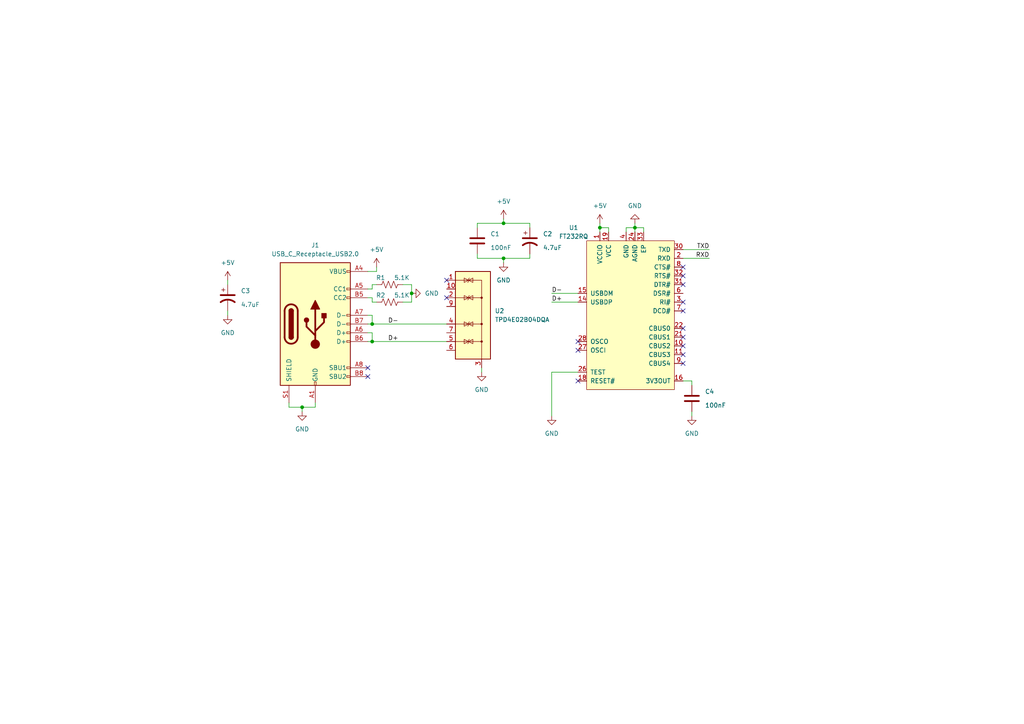
<source format=kicad_sch>
(kicad_sch (version 20231120) (generator "eeschema") (generator_version "8.0")
  (paper "A4")
  (lib_symbols
    (symbol "Connector:USB_C_Receptacle_USB2.0" (pin_names (offset 1.016))
      (property "Reference" "J" (at -10.16 19.05 0))
      (property "Value" "USB_C_Receptacle_USB2.0" (at 19.05 19.05 0))
      (symbol "USB_C_Receptacle_USB2.0_0_0"
        (rectangle (start -0.254 -17.78) (end 0.254 -16.764))
        (rectangle (start 10.16 -14.986) (end 9.144 -15.494))
        (rectangle (start 10.16 -12.446) (end 9.144 -12.954))
        (rectangle (start 10.16 -4.826) (end 9.144 -5.334))
        (rectangle (start 10.16 -2.286) (end 9.144 -2.794))
        (rectangle (start 10.16 0.254) (end 9.144 -0.254))
        (rectangle (start 10.16 2.794) (end 9.144 2.286))
        (rectangle (start 10.16 7.874) (end 9.144 7.366))
        (rectangle (start 10.16 10.414) (end 9.144 9.906))
        (rectangle (start 10.16 15.494) (end 9.144 14.986))
      )
      (symbol "USB_C_Receptacle_USB2.0_0_1"
        (rectangle (start -10.16 17.78) (end 10.16 -17.78) (stroke (width 0.254)) (fill (type background)))
        (arc (start -8.89 -3.81) (mid -6.985 -5.7067) (end -5.08 -3.81) (stroke (width 0.508)))
        (arc (start -7.62 -3.81) (mid -6.985 -4.4423) (end -6.35 -3.81) (stroke (width 0.254)))
        (arc (start -7.62 -3.81) (mid -6.985 -4.4423) (end -6.35 -3.81) (stroke (width 0.254)) (fill (type outline)))
        (rectangle (start -7.62 -3.81) (end -6.35 3.81) (stroke (width 0.254)) (fill (type outline)))
        (arc (start -6.35 3.81) (mid -6.985 4.4423) (end -7.62 3.81) (stroke (width 0.254)))
        (arc (start -6.35 3.81) (mid -6.985 4.4423) (end -7.62 3.81) (stroke (width 0.254)) (fill (type outline)))
        (arc (start -5.08 3.81) (mid -6.985 5.7067) (end -8.89 3.81) (stroke (width 0.508)))
        (circle (center -2.54 1.143) (radius 0.635) (stroke (width 0.254)) (fill (type outline)))
        (circle (center 0 -5.842) (radius 1.27) (fill (type outline)))
        (polyline (pts (xy -8.89 -3.81) (xy -8.89 3.81)) (stroke (width 0.508)))
        (polyline (pts (xy -5.08 3.81) (xy -5.08 -3.81)) (stroke (width 0.508)))
        (polyline (pts (xy 0 -5.842) (xy 0 4.318)) (stroke (width 0.508)))
        (polyline (pts (xy 0 -3.302) (xy -2.54 -0.762) (xy -2.54 0.508)) (stroke (width 0.508)))
        (polyline (pts (xy 0 -2.032) (xy 2.54 0.508) (xy 2.54 1.778)) (stroke (width 0.508)))
        (polyline (pts (xy -1.27 4.318) (xy 0 6.858) (xy 1.27 4.318) (xy -1.27 4.318)) (stroke (width 0.254)) (fill (type outline)))
        (rectangle (start 1.905 1.778) (end 3.175 3.048) (stroke (width 0.254)) (fill (type outline)))
      )
      (symbol "USB_C_Receptacle_USB2.0_1_1"
        (pin passive line (at 0 -22.86 90) (length 5.08) (name "GND") (number "A1"))
        (pin passive line (at 0 -22.86 90) (length 5.08) hide (name "GND") (number "A12"))
        (pin passive line (at 15.24 15.24 180) (length 5.08) (name "VBUS") (number "A4"))
        (pin bidirectional line (at 15.24 10.16 180) (length 5.08) (name "CC1") (number "A5"))
        (pin bidirectional line (at 15.24 -2.54 180) (length 5.08) (name "D+") (number "A6"))
        (pin bidirectional line (at 15.24 2.54 180) (length 5.08) (name "D-") (number "A7"))
        (pin bidirectional line (at 15.24 -12.7 180) (length 5.08) (name "SBU1") (number "A8"))
        (pin passive line (at 15.24 15.24 180) (length 5.08) hide (name "VBUS") (number "A9"))
        (pin passive line (at 0 -22.86 90) (length 5.08) hide (name "GND") (number "B1"))
        (pin passive line (at 0 -22.86 90) (length 5.08) hide (name "GND") (number "B12"))
        (pin passive line (at 15.24 15.24 180) (length 5.08) hide (name "VBUS") (number "B4"))
        (pin bidirectional line (at 15.24 7.62 180) (length 5.08) (name "CC2") (number "B5"))
        (pin bidirectional line (at 15.24 -5.08 180) (length 5.08) (name "D+") (number "B6"))
        (pin bidirectional line (at 15.24 0 180) (length 5.08) (name "D-") (number "B7"))
        (pin bidirectional line (at 15.24 -15.24 180) (length 5.08) (name "SBU2") (number "B8"))
        (pin passive line (at 15.24 15.24 180) (length 5.08) hide (name "VBUS") (number "B9"))
        (pin passive line (at -7.62 -22.86 90) (length 5.08) (name "SHIELD") (number "S1"))
      )
    )
    (symbol "Device:C" (pin_numbers hide) (pin_names (offset 0.254))
      (property "Reference" "C" (at 0.635 2.54 0))
      (property "Value" "C" (at 0.635 -2.54 0))
      (symbol "C_0_1"
        (polyline (pts (xy -2.032 -0.762) (xy 2.032 -0.762)) (stroke (width 0.508)))
        (polyline (pts (xy -2.032 0.762) (xy 2.032 0.762)) (stroke (width 0.508)))
      )
      (symbol "C_1_1"
        (pin passive line (at 0 3.81 270) (length 2.794) (name "~") (number "1"))
        (pin passive line (at 0 -3.81 90) (length 2.794) (name "~") (number "2"))
      )
    )
    (symbol "Device:C_Polarized_US" (pin_numbers hide) (pin_names (offset 0.254) hide)
      (property "Reference" "C" (at 0.635 2.54 0))
      (property "Value" "C_Polarized_US" (at 0.635 -2.54 0))
      (symbol "C_Polarized_US_0_1"
        (polyline (pts (xy -2.032 0.762) (xy 2.032 0.762)) (stroke (width 0.508)))
        (polyline (pts (xy -1.778 2.286) (xy -0.762 2.286)))
        (polyline (pts (xy -1.27 1.778) (xy -1.27 2.794)))
        (arc (start 2.032 -1.27) (mid 0 -0.5572) (end -2.032 -1.27) (stroke (width 0.508)))
      )
      (symbol "C_Polarized_US_1_1"
        (pin passive line (at 0 3.81 270) (length 2.794) (name "~") (number "1"))
        (pin passive line (at 0 -3.81 90) (length 3.302) (name "~") (number "2"))
      )
    )
    (symbol "Device:R_US" (pin_numbers hide) (pin_names (offset 0))
      (property "Reference" "R" (at 2.54 0 90))
      (property "Value" "R_US" (at -2.54 0 90))
      (symbol "R_US_0_1"
        (polyline (pts (xy 0 -2.286) (xy 0 -2.54)))
        (polyline (pts (xy 0 2.286) (xy 0 2.54)))
        (polyline (pts (xy 0 -0.762) (xy 1.016 -1.143) (xy 0 -1.524) (xy -1.016 -1.905) (xy 0 -2.286)))
        (polyline (pts (xy 0 0.762) (xy 1.016 0.381) (xy 0 0) (xy -1.016 -0.381) (xy 0 -0.762)))
        (polyline (pts (xy 0 2.286) (xy 1.016 1.905) (xy 0 1.524) (xy -1.016 1.143) (xy 0 0.762)))
      )
      (symbol "R_US_1_1"
        (pin passive line (at 0 3.81 270) (length 1.27) (name "~") (number "1"))
        (pin passive line (at 0 -3.81 90) (length 1.27) (name "~") (number "2"))
      )
    )
    (symbol "Library:FT232RQ" (pin_names (offset 1.016))
      (property "Reference" "U" (at 0 38.1 0))
      (property "Value" "FT232RQ" (at 0 35.56 0))
      (symbol "FT232RQ_1_1"
        (rectangle (start -12.7 21.59) (end 12.7 -21.59) (stroke (width 0.1524)) (fill (type background)))
        (pin power_in line (at -8.89 24.13 270) (length 2.54) (name "VCCIO") (number "1"))
        (pin bidirectional line (at 15.24 -8.89 180) (length 2.54) (name "CBUS2") (number "10"))
        (pin bidirectional line (at 15.24 -11.43 180) (length 2.54) (name "CBUS3") (number "11"))
        (pin no_connect line (at -15.24 19.05 0) (length 2.54) hide (name "NC") (number "12"))
        (pin no_connect line (at -15.24 19.05 0) (length 2.54) hide (name "NC") (number "13"))
        (pin bidirectional line (at -15.24 3.81 0) (length 2.54) (name "USBDP") (number "14"))
        (pin bidirectional line (at -15.24 6.35 0) (length 2.54) (name "USBDM") (number "15"))
        (pin power_out line (at 15.24 -19.05 180) (length 2.54) (name "3V3OUT") (number "16"))
        (pin power_in line (at -1.27 24.13 270) (length 2.54) hide (name "GND") (number "17"))
        (pin input line (at -15.24 -19.05 0) (length 2.54) (name "RESET#") (number "18"))
        (pin power_in line (at -6.35 24.13 270) (length 2.54) (name "VCC") (number "19"))
        (pin input line (at 15.24 16.51 180) (length 2.54) (name "RXD") (number "2"))
        (pin power_in line (at -1.27 24.13 270) (length 2.54) hide (name "GND") (number "20"))
        (pin bidirectional line (at 15.24 -6.35 180) (length 2.54) (name "CBUS1") (number "21"))
        (pin bidirectional line (at 15.24 -3.81 180) (length 2.54) (name "CBUS0") (number "22"))
        (pin no_connect line (at -15.24 19.05 0) (length 2.54) hide (name "NC") (number "23"))
        (pin power_in line (at 1.27 24.13 270) (length 2.54) (name "AGND") (number "24"))
        (pin no_connect line (at -15.24 19.05 0) (length 2.54) hide (name "NC") (number "25"))
        (pin input line (at -15.24 -16.51 0) (length 2.54) (name "TEST") (number "26"))
        (pin input line (at -15.24 -10.16 0) (length 2.54) (name "OSCI") (number "27"))
        (pin output line (at -15.24 -7.62 0) (length 2.54) (name "OSCO") (number "28"))
        (pin no_connect line (at -15.24 19.05 0) (length 2.54) hide (name "NC") (number "29"))
        (pin input line (at 15.24 3.81 180) (length 2.54) (name "RI#") (number "3"))
        (pin output line (at 15.24 19.05 180) (length 2.54) (name "TXD") (number "30"))
        (pin output line (at 15.24 8.89 180) (length 2.54) (name "DTR#") (number "31"))
        (pin output line (at 15.24 11.43 180) (length 2.54) (name "RTS#") (number "32"))
        (pin free line (at 3.81 24.13 270) (length 2.54) (name "EP") (number "33"))
        (pin power_in line (at -1.27 24.13 270) (length 2.54) (name "GND") (number "4"))
        (pin no_connect line (at -15.24 19.05 0) (length 2.54) hide (name "NC") (number "5"))
        (pin input line (at 15.24 6.35 180) (length 2.54) (name "DSR#") (number "6"))
        (pin input line (at 15.24 1.27 180) (length 2.54) (name "DCD#") (number "7"))
        (pin input line (at 15.24 13.97 180) (length 2.54) (name "CTS#") (number "8"))
        (pin bidirectional line (at 15.24 -13.97 180) (length 2.54) (name "CBUS4") (number "9"))
      )
    )
    (symbol "Power_Protection:TPD4E02B04DQA" (pin_names hide)
      (property "Reference" "U" (at 2.54 -11.43 0))
      (property "Value" "TPD4E02B04DQA" (at 7.62 1.905 0))
      (symbol "TPD4E02B04DQA_0_0"
        (pin passive line (at 2.54 -15.24 90) (length 2.54) (name "G") (number "3"))
      )
      (symbol "TPD4E02B04DQA_0_1"
        (rectangle (start -5.08 12.7) (end 5.08 -12.7) (stroke (width 0.254)) (fill (type background)))
        (polyline (pts (xy -5.08 -7.62) (xy 2.54 -7.62)))
        (polyline (pts (xy -5.08 -2.54) (xy 2.54 -2.54)))
        (polyline (pts (xy -5.08 5.08) (xy 2.54 5.08)))
        (polyline (pts (xy -5.08 10.16) (xy 2.54 10.16)))
        (polyline (pts (xy 2.54 10.16) (xy 2.54 -12.7)) (stroke (width 0.1524)))
        (polyline (pts (xy -1.27 -7.62) (xy 0 -8.255) (xy 0 -6.985) (xy -1.27 -7.62)))
        (polyline (pts (xy -1.27 -2.54) (xy 0 -3.175) (xy 0 -1.905) (xy -1.27 -2.54)))
        (polyline (pts (xy -1.27 5.08) (xy 0 4.445) (xy 0 5.715) (xy -1.27 5.08)))
        (polyline (pts (xy -1.27 10.16) (xy 0 9.525) (xy 0 10.795) (xy -1.27 10.16)))
        (circle (center 2.54 -7.62) (radius 0.254) (fill (type outline)))
        (circle (center 2.54 -2.54) (radius 0.254) (fill (type outline)))
        (circle (center 2.54 5.08) (radius 0.254) (fill (type outline)))
      )
      (symbol "TPD4E02B04DQA_1_1"
        (polyline (pts (xy -1.524 -8.255) (xy -1.27 -8.001) (xy -1.27 -7.239) (xy -1.016 -6.985)))
        (polyline (pts (xy -1.524 -3.175) (xy -1.27 -2.921) (xy -1.27 -2.159) (xy -1.016 -1.905)))
        (polyline (pts (xy -1.524 4.445) (xy -1.27 4.699) (xy -1.27 5.461) (xy -1.016 5.715)))
        (polyline (pts (xy -1.524 9.525) (xy -1.27 9.779) (xy -1.27 10.541) (xy -1.016 10.795)))
        (polyline (pts (xy -1.27 -7.62) (xy -2.54 -8.255) (xy -2.54 -6.985) (xy -1.27 -7.62)))
        (polyline (pts (xy -1.27 -2.54) (xy -2.54 -3.175) (xy -2.54 -1.905) (xy -1.27 -2.54)))
        (polyline (pts (xy -1.27 5.08) (xy -2.54 4.445) (xy -2.54 5.715) (xy -1.27 5.08)))
        (polyline (pts (xy -1.27 10.16) (xy -2.54 9.525) (xy -2.54 10.795) (xy -1.27 10.16)))
        (pin passive line (at -7.62 10.16 0) (length 2.54) (name "IO1") (number "1"))
        (pin free line (at -7.62 7.62 0) (length 2.54) (name "NC") (number "10"))
        (pin passive line (at -7.62 5.08 0) (length 2.54) (name "IO2") (number "2"))
        (pin passive line (at -7.62 -2.54 0) (length 2.54) (name "IO3") (number "4"))
        (pin passive line (at -7.62 -7.62 0) (length 2.54) (name "IO4") (number "5"))
        (pin free line (at -7.62 -10.16 0) (length 2.54) (name "NC") (number "6"))
        (pin free line (at -7.62 -5.08 0) (length 2.54) (name "NC") (number "7"))
        (pin passive line (at 2.54 -15.24 90) (length 2.54) hide (name "G") (number "8"))
        (pin free line (at -7.62 2.54 0) (length 2.54) (name "NC") (number "9"))
      )
    )
    (symbol "power:+5V" (power) (pin_names (offset 0))
      (property "Value" "+5V" (at 0 3.556 0))
      (symbol "+5V_0_1"
        (polyline (pts (xy -0.762 1.27) (xy 0 2.54)))
        (polyline (pts (xy 0 0) (xy 0 2.54)))
        (polyline (pts (xy 0 2.54) (xy 0.762 1.27)))
      )
      (symbol "+5V_1_1"
        (pin power_in line (at 0 0 90) (length 0) hide (name "+5V") (number "1"))
      )
    )
    (symbol "power:GND" (power) (pin_names (offset 0))
      (property "Value" "GND" (at 0 -3.81 0))
      (symbol "GND_0_1"
        (polyline (pts (xy 0 0) (xy 0 -1.27) (xy 1.27 -1.27) (xy 0 -2.54) (xy -1.27 -1.27) (xy 0 -1.27)))
      )
      (symbol "GND_1_1"
        (pin power_in line (at 0 0 270) (length 0) hide (name "GND") (number "1"))
      )
    )
  )
  (junction (at 146.05 74.93))
  (junction (at 173.99 66.04))
  (junction (at 107.95 93.98))
  (junction (at 146.05 64.77))
  (junction (at 107.95 99.06))
  (junction (at 119.38 85.09))
  (junction (at 184.15 66.04))
  (junction (at 87.63 118.11))
  (no_connect (at 198.12 95.25))
  (no_connect (at 198.12 105.41))
  (no_connect (at 198.12 90.17))
  (no_connect (at 198.12 80.01))
  (no_connect (at 167.64 99.06))
  (no_connect (at 198.12 97.79))
  (no_connect (at 167.64 101.6))
  (no_connect (at 198.12 77.47))
  (no_connect (at 167.64 110.49))
  (no_connect (at 106.68 106.68))
  (no_connect (at 198.12 82.55))
  (no_connect (at 129.54 86.36))
  (no_connect (at 198.12 87.63))
  (no_connect (at 106.68 109.22))
  (no_connect (at 129.54 81.28))
  (no_connect (at 198.12 100.33))
  (no_connect (at 198.12 102.87))
  (wire (pts (xy 119.38 87.63) (xy 116.84 87.63)))
  (wire (pts (xy 66.04 82.55) (xy 66.04 81.28)))
  (wire (pts (xy 107.95 91.44) (xy 107.95 93.98)))
  (wire (pts (xy 146.05 63.5) (xy 146.05 64.77)))
  (wire (pts (xy 107.95 82.55) (xy 109.22 82.55)))
  (wire (pts (xy 107.95 99.06) (xy 106.68 99.06)))
  (wire (pts (xy 153.67 64.77) (xy 153.67 66.04)))
  (wire (pts (xy 184.15 66.04) (xy 184.15 67.31)))
  (wire (pts (xy 173.99 64.77) (xy 173.99 66.04)))
  (wire (pts (xy 138.43 74.93) (xy 138.43 73.66)))
  (wire (pts (xy 87.63 119.38) (xy 87.63 118.11)))
  (wire (pts (xy 91.44 118.11) (xy 91.44 116.84)))
  (wire (pts (xy 107.95 86.36) (xy 106.68 86.36)))
  (wire (pts (xy 205.74 74.93) (xy 198.12 74.93)))
  (wire (pts (xy 153.67 74.93) (xy 153.67 73.66)))
  (wire (pts (xy 181.61 66.04) (xy 184.15 66.04)))
  (wire (pts (xy 107.95 87.63) (xy 109.22 87.63)))
  (wire (pts (xy 139.7 106.68) (xy 139.7 107.95)))
  (wire (pts (xy 186.69 66.04) (xy 184.15 66.04)))
  (wire (pts (xy 176.53 67.31) (xy 176.53 66.04)))
  (wire (pts (xy 167.64 107.95) (xy 160.02 107.95)))
  (wire (pts (xy 107.95 87.63) (xy 107.95 86.36)))
  (wire (pts (xy 181.61 67.31) (xy 181.61 66.04)))
  (wire (pts (xy 83.82 118.11) (xy 87.63 118.11)))
  (wire (pts (xy 200.66 119.38) (xy 200.66 120.65)))
  (wire (pts (xy 200.66 110.49) (xy 200.66 111.76)))
  (wire (pts (xy 160.02 85.09) (xy 167.64 85.09)))
  (wire (pts (xy 138.43 74.93) (xy 146.05 74.93)))
  (wire (pts (xy 109.22 78.74) (xy 109.22 77.47)))
  (wire (pts (xy 184.15 64.77) (xy 184.15 66.04)))
  (wire (pts (xy 107.95 82.55) (xy 107.95 83.82)))
  (wire (pts (xy 138.43 64.77) (xy 138.43 66.04)))
  (wire (pts (xy 160.02 107.95) (xy 160.02 120.65)))
  (wire (pts (xy 107.95 91.44) (xy 106.68 91.44)))
  (wire (pts (xy 66.04 90.17) (xy 66.04 91.44)))
  (wire (pts (xy 176.53 66.04) (xy 173.99 66.04)))
  (wire (pts (xy 160.02 87.63) (xy 167.64 87.63)))
  (wire (pts (xy 107.95 93.98) (xy 129.54 93.98)))
  (wire (pts (xy 146.05 74.93) (xy 153.67 74.93)))
  (wire (pts (xy 138.43 64.77) (xy 146.05 64.77)))
  (wire (pts (xy 186.69 66.04) (xy 186.69 67.31)))
  (wire (pts (xy 87.63 118.11) (xy 91.44 118.11)))
  (wire (pts (xy 198.12 72.39) (xy 205.74 72.39)))
  (wire (pts (xy 106.68 78.74) (xy 109.22 78.74)))
  (wire (pts (xy 173.99 66.04) (xy 173.99 67.31)))
  (wire (pts (xy 146.05 64.77) (xy 153.67 64.77)))
  (wire (pts (xy 83.82 118.11) (xy 83.82 116.84)))
  (wire (pts (xy 107.95 99.06) (xy 129.54 99.06)))
  (wire (pts (xy 198.12 110.49) (xy 200.66 110.49)))
  (wire (pts (xy 106.68 93.98) (xy 107.95 93.98)))
  (wire (pts (xy 146.05 76.2) (xy 146.05 74.93)))
  (wire (pts (xy 116.84 82.55) (xy 119.38 82.55)))
  (wire (pts (xy 107.95 96.52) (xy 107.95 99.06)))
  (wire (pts (xy 119.38 87.63) (xy 119.38 85.09)))
  (wire (pts (xy 107.95 96.52) (xy 106.68 96.52)))
  (wire (pts (xy 107.95 83.82) (xy 106.68 83.82)))
  (wire (pts (xy 119.38 82.55) (xy 119.38 85.09)))
  (label "D+" (at 160.02 87.63 0))
  (label "D-" (at 115.57 93.98 180))
  (label "D-" (at 160.02 85.09 0))
  (label "RXD" (at 205.74 74.93 180))
  (label "TXD" (at 205.74 72.39 180))
  (label "D+" (at 115.57 99.06 180))
  (symbol (lib_id "power:GND") (at 119.38 85.09 90) (unit 1)
    (property "Reference" "#PWR07" (effects (hide yes)))
    (property "Value" "GND" (at 123.19 85.09 90) (effects (justify right)))
  )
  (symbol (lib_id "power:+5V") (at 109.22 77.47 0) (unit 1)
    (property "Reference" "#PWR04" (effects (hide yes)))
    (property "Value" "+5V" (at 109.22 72.39 0))
  )
  (symbol (lib_id "Device:R_US") (at 113.03 87.63 90) (unit 1)
    (property "Reference" "R2" (at 111.76 86.36 90) (effects (justify left top)))
    (property "Value" "5.1K" (at 114.3 86.36 90) (effects (justify right top)))
    (property "Footprint" "Resistor_SMD:R_0402_1005Metric" (effects (hide yes)))
  )
  (symbol (lib_id "Library:FT232RQ") (at 182.88 91.44 0) (unit 1)
    (property "Reference" "U1" (at 166.37 66.04 0))
    (property "Value" "FT232RQ" (at 166.37 68.58 0))
    (property "Footprint" "Package_DFN_QFN:QFN-32-1EP_5x5mm_P0.5mm_EP3.3x3.3mm" (effects (hide yes)))
  )
  (symbol (lib_id "Device:R_US") (at 113.03 82.55 90) (unit 1)
    (property "Reference" "R1" (at 111.76 81.28 90) (effects (justify left top)))
    (property "Value" "5.1K" (at 114.3 81.28 90) (effects (justify right top)))
    (property "Footprint" "Resistor_SMD:R_0402_1005Metric" (effects (hide yes)))
  )
  (symbol (lib_id "power:GND") (at 139.7 107.95 0) (unit 1)
    (property "Reference" "#PWR012" (effects (hide yes)))
    (property "Value" "GND" (at 139.7 113.03 0))
  )
  (symbol (lib_id "power:GND") (at 146.05 76.2 0) (unit 1)
    (property "Reference" "#PWR05" (effects (hide yes)))
    (property "Value" "GND" (at 146.05 81.28 0))
  )
  (symbol (lib_id "power:GND") (at 160.02 120.65 0) (mirror y) (unit 1)
    (property "Reference" "#PWR010" (effects (hide yes)))
    (property "Value" "GND" (at 160.02 125.73 0))
  )
  (symbol (lib_id "power:+5V") (at 173.99 64.77 0) (unit 1)
    (property "Reference" "#PWR02" (effects (hide yes)))
    (property "Value" "+5V" (at 173.99 59.69 0))
  )
  (symbol (lib_id "power:GND") (at 200.66 120.65 0) (mirror y) (unit 1)
    (property "Reference" "#PWR011" (effects (hide yes)))
    (property "Value" "GND" (at 200.66 125.73 0))
  )
  (symbol (lib_id "Device:C") (at 200.66 115.57 0) (unit 1)
    (property "Reference" "C4" (at 204.47 114.3 0) (effects (justify left bottom)))
    (property "Value" "100nF" (at 204.47 116.84 0) (effects (justify left top)))
    (property "Footprint" "Capacitor_SMD:C_0402_1005Metric" (effects (hide yes)))
  )
  (symbol (lib_id "power:GND") (at 66.04 91.44 0) (unit 1)
    (property "Reference" "#PWR08" (effects (hide yes)))
    (property "Value" "GND" (at 66.04 96.52 0))
  )
  (symbol (lib_id "power:GND") (at 87.63 119.38 0) (unit 1)
    (property "Reference" "#PWR09" (effects (hide yes)))
    (property "Value" "GND" (at 87.63 124.46 0))
  )
  (symbol (lib_id "power:+5V") (at 66.04 81.28 0) (unit 1)
    (property "Reference" "#PWR06" (effects (hide yes)))
    (property "Value" "+5V" (at 66.04 76.2 0))
  )
  (symbol (lib_id "Connector:USB_C_Receptacle_USB2.0") (at 91.44 93.98 0) (unit 1)
    (property "Reference" "J1" (at 91.44 71.12 0))
    (property "Value" "USB_C_Receptacle_USB2.0" (at 91.44 73.66 0))
    (property "Footprint" "Connector_USB:USB_C_Receptacle_XKB_U262-16XN-4BVC11" (effects (hide yes)))
    (property "Datasheet" "https://www.usb.org/sites/default/files/documents/usb_type-c.zip" (effects (hide yes)))
  )
  (symbol (lib_id "Device:C_Polarized_US") (at 66.04 86.36 0) (unit 1)
    (property "Reference" "C3" (at 69.85 85.09 0) (effects (justify left bottom)))
    (property "Value" "4.7uF" (at 69.85 87.63 0) (effects (justify left top)))
    (property "Footprint" "Capacitor_SMD:C_0603_1608Metric" (effects (hide yes)))
  )
  (symbol (lib_id "Device:C_Polarized_US") (at 153.67 69.85 0) (unit 1)
    (property "Reference" "C2" (at 157.48 68.58 0) (effects (justify left bottom)))
    (property "Value" "4.7uF" (at 157.48 71.12 0) (effects (justify left top)))
    (property "Footprint" "Capacitor_SMD:C_0603_1608Metric" (effects (hide yes)))
  )
  (symbol (lib_id "Power_Protection:TPD4E02B04DQA") (at 137.16 91.44 0) (unit 1)
    (property "Reference" "U2" (at 143.51 90.1699 0) (effects (justify left)))
    (property "Value" "TPD4E02B04DQA" (at 143.51 92.7099 0) (effects (justify left)))
    (property "Footprint" "Package_SON:USON-10_2.5x1.0mm_P0.5mm" (effects (hide yes)))
    (property "Datasheet" "http://www.ti.com/lit/ds/symlink/tpd4e02b04.pdf" (effects (hide yes)))
    (property "Description" "4-Channel ESD Protection Diode for USB Type-C and HDMI 2.0, USON-10" (effects (hide yes)))
  )
  (symbol (lib_id "Device:C") (at 138.43 69.85 0) (unit 1)
    (property "Reference" "C1" (at 142.24 68.58 0) (effects (justify left bottom)))
    (property "Value" "100nF" (at 142.24 71.12 0) (effects (justify left top)))
    (property "Footprint" "Capacitor_SMD:C_0402_1005Metric" (effects (hide yes)))
  )
  (symbol (lib_id "power:+5V") (at 146.05 63.5 0) (unit 1)
    (property "Reference" "#PWR01" (effects (hide yes)))
    (property "Value" "+5V" (at 146.05 58.42 0))
  )
  (symbol (lib_id "power:GND") (at 184.15 64.77 180) (unit 1)
    (property "Reference" "#PWR03" (effects (hide yes)))
    (property "Value" "GND" (at 184.15 59.69 0))
  )
)
</source>
